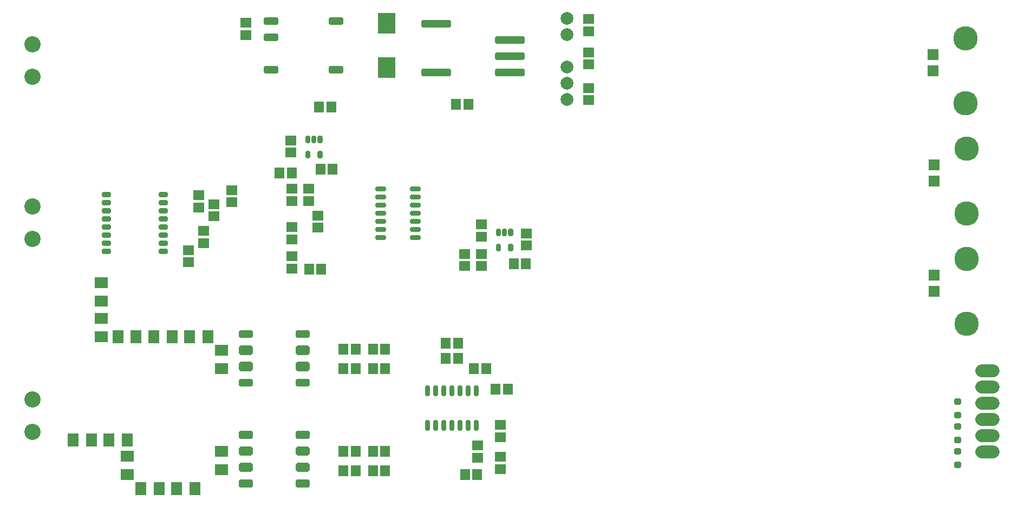
<source format=gts>
G04 EAGLE Gerber RS-274X export*
G75*
%MOMM*%
%FSLAX34Y34*%
%LPD*%
%INSoldermask Top*%
%IPPOS*%
%AMOC8*
5,1,8,0,0,1.08239X$1,22.5*%
G01*
%ADD10R,1.703200X1.503200*%
%ADD11R,1.503200X1.703200*%
%ADD12R,2.703200X3.203200*%
%ADD13C,0.601919*%
%ADD14C,3.821200*%
%ADD15R,1.805200X1.805200*%
%ADD16R,2.006200X1.803200*%
%ADD17R,1.803200X2.006200*%
%ADD18R,1.503200X1.803200*%
%ADD19R,1.803200X1.503200*%
%ADD20C,2.032000*%
%ADD21C,0.506016*%
%ADD22C,0.697853*%
%ADD23C,0.704341*%
%ADD24C,0.839722*%
%ADD25C,0.707134*%
%ADD26C,0.519681*%
%ADD27C,0.512062*%
%ADD28C,2.003200*%
%ADD29C,2.543200*%


D10*
X468000Y707500D03*
X468000Y688500D03*
X934000Y897500D03*
X934000Y878500D03*
X934000Y845500D03*
X934000Y826500D03*
X934000Y789500D03*
X934000Y770500D03*
X398000Y891500D03*
X398000Y872500D03*
D11*
X531500Y760000D03*
X512500Y760000D03*
X514500Y662000D03*
X533500Y662000D03*
X816500Y514000D03*
X835500Y514000D03*
D10*
X836000Y561500D03*
X836000Y542500D03*
X308000Y535500D03*
X308000Y516500D03*
X324000Y602500D03*
X324000Y621500D03*
X332000Y565500D03*
X332000Y546500D03*
D12*
X618000Y891000D03*
X618000Y821000D03*
D11*
X745500Y764000D03*
X726500Y764000D03*
D13*
X1512507Y201507D02*
X1512507Y197493D01*
X1507493Y197493D01*
X1507493Y201507D01*
X1512507Y201507D01*
X1512507Y218493D02*
X1512507Y222507D01*
X1512507Y218493D02*
X1507493Y218493D01*
X1507493Y222507D01*
X1512507Y222507D01*
X1512507Y236493D02*
X1512507Y240507D01*
X1512507Y236493D02*
X1507493Y236493D01*
X1507493Y240507D01*
X1512507Y240507D01*
X1512507Y257493D02*
X1512507Y261507D01*
X1512507Y257493D02*
X1507493Y257493D01*
X1507493Y261507D01*
X1512507Y261507D01*
X1512507Y275493D02*
X1512507Y279507D01*
X1512507Y275493D02*
X1507493Y275493D01*
X1507493Y279507D01*
X1512507Y279507D01*
X1512507Y296493D02*
X1512507Y300507D01*
X1512507Y296493D02*
X1507493Y296493D01*
X1507493Y300507D01*
X1512507Y300507D01*
D14*
X1524700Y694000D03*
X1524700Y592400D03*
D15*
X1473900Y643200D03*
X1473900Y668600D03*
D14*
X1524700Y521400D03*
X1524700Y419800D03*
D15*
X1473900Y470600D03*
X1473900Y496000D03*
D16*
X360000Y378220D03*
X360000Y349780D03*
D17*
X183780Y238000D03*
X212220Y238000D03*
X127780Y238000D03*
X156220Y238000D03*
D16*
X360000Y191780D03*
X360000Y220220D03*
D18*
X569500Y350000D03*
X550500Y350000D03*
X569500Y380000D03*
X550500Y380000D03*
X615500Y350000D03*
X596500Y350000D03*
X596500Y380000D03*
X615500Y380000D03*
X569500Y190000D03*
X550500Y190000D03*
X569500Y220000D03*
X550500Y220000D03*
X615500Y190000D03*
X596500Y190000D03*
D17*
X309780Y400000D03*
X338220Y400000D03*
D18*
X596500Y220000D03*
X615500Y220000D03*
D19*
X470000Y612500D03*
X470000Y631500D03*
X740000Y510500D03*
X740000Y529500D03*
D18*
X469500Y656000D03*
X450500Y656000D03*
D19*
X766000Y556500D03*
X766000Y575500D03*
X496000Y612500D03*
X496000Y631500D03*
X766000Y510500D03*
X766000Y529500D03*
X376000Y610500D03*
X376000Y629500D03*
X348000Y607500D03*
X348000Y588500D03*
D17*
X253780Y400000D03*
X282220Y400000D03*
D18*
X729500Y390000D03*
X710500Y390000D03*
X729500Y366000D03*
X710500Y366000D03*
X773500Y350000D03*
X754500Y350000D03*
X788500Y318000D03*
X807500Y318000D03*
X759500Y184000D03*
X740500Y184000D03*
D19*
X796000Y211500D03*
X796000Y192500D03*
X760000Y229500D03*
X760000Y210500D03*
X796000Y242500D03*
X796000Y261500D03*
X470000Y571500D03*
X470000Y552500D03*
D17*
X197780Y400000D03*
X226220Y400000D03*
D19*
X470000Y506500D03*
X470000Y525500D03*
X510000Y589500D03*
X510000Y570500D03*
D18*
X496500Y506000D03*
X515500Y506000D03*
D16*
X172000Y428220D03*
X172000Y399780D03*
X172000Y484220D03*
X172000Y455780D03*
D17*
X289780Y162000D03*
X318220Y162000D03*
X233780Y162000D03*
X262220Y162000D03*
D16*
X212000Y212220D03*
X212000Y183780D03*
D20*
X1548256Y346700D02*
X1566544Y346700D01*
X1566544Y321300D02*
X1548256Y321300D01*
X1548256Y295900D02*
X1566544Y295900D01*
X1566544Y270500D02*
X1548256Y270500D01*
X1548256Y245100D02*
X1566544Y245100D01*
X1566544Y219700D02*
X1548256Y219700D01*
D21*
X794086Y535814D02*
X794086Y542786D01*
X794086Y535814D02*
X791114Y535814D01*
X791114Y542786D01*
X794086Y542786D01*
X794086Y540621D02*
X791114Y540621D01*
X794086Y559814D02*
X794086Y566786D01*
X794086Y559814D02*
X791114Y559814D01*
X791114Y566786D01*
X794086Y566786D01*
X794086Y564621D02*
X791114Y564621D01*
X803586Y566786D02*
X803586Y559814D01*
X800614Y559814D01*
X800614Y566786D01*
X803586Y566786D01*
X803586Y564621D02*
X800614Y564621D01*
X813086Y566786D02*
X813086Y559814D01*
X810114Y559814D01*
X810114Y566786D01*
X813086Y566786D01*
X813086Y564621D02*
X810114Y564621D01*
X813086Y542786D02*
X813086Y535814D01*
X810114Y535814D01*
X810114Y542786D01*
X813086Y542786D01*
X813086Y540621D02*
X810114Y540621D01*
D22*
X445227Y891573D02*
X429173Y891573D01*
X429173Y896627D01*
X445227Y896627D01*
X445227Y891573D01*
X445227Y866173D02*
X429173Y866173D01*
X429173Y871227D01*
X445227Y871227D01*
X445227Y866173D01*
X445227Y815373D02*
X429173Y815373D01*
X429173Y820427D01*
X445227Y820427D01*
X445227Y815373D01*
X530773Y891573D02*
X546827Y891573D01*
X530773Y891573D02*
X530773Y896627D01*
X546827Y896627D01*
X546827Y891573D01*
X546827Y815373D02*
X530773Y815373D01*
X530773Y820427D01*
X546827Y820427D01*
X546827Y815373D01*
D21*
X496086Y688286D02*
X496086Y681314D01*
X493114Y681314D01*
X493114Y688286D01*
X496086Y688286D01*
X496086Y686121D02*
X493114Y686121D01*
X496086Y705314D02*
X496086Y712286D01*
X496086Y705314D02*
X493114Y705314D01*
X493114Y712286D01*
X496086Y712286D01*
X496086Y710121D02*
X493114Y710121D01*
X505586Y712286D02*
X505586Y705314D01*
X502614Y705314D01*
X502614Y712286D01*
X505586Y712286D01*
X505586Y710121D02*
X502614Y710121D01*
X515086Y712286D02*
X515086Y705314D01*
X512114Y705314D01*
X512114Y712286D01*
X515086Y712286D01*
X515086Y710121D02*
X512114Y710121D01*
X515086Y688286D02*
X515086Y681314D01*
X512114Y681314D01*
X512114Y688286D01*
X515086Y688286D01*
X515086Y686121D02*
X512114Y686121D01*
D23*
X675495Y887652D02*
X715443Y887652D01*
X675495Y887652D02*
X675495Y892548D01*
X715443Y892548D01*
X715443Y887652D01*
X715443Y811452D02*
X675495Y811452D01*
X675495Y816348D01*
X715443Y816348D01*
X715443Y811452D01*
X790557Y811452D02*
X830505Y811452D01*
X790557Y811452D02*
X790557Y816348D01*
X830505Y816348D01*
X830505Y811452D01*
X830505Y836852D02*
X790557Y836852D01*
X790557Y841748D01*
X830505Y841748D01*
X830505Y836852D01*
X830505Y862252D02*
X790557Y862252D01*
X790557Y867148D01*
X830505Y867148D01*
X830505Y862252D01*
D24*
X404368Y375532D02*
X390732Y375532D01*
X390732Y381868D01*
X404368Y381868D01*
X404368Y375532D01*
X479632Y375532D02*
X493268Y375532D01*
X479632Y375532D02*
X479632Y381868D01*
X493268Y381868D01*
X493268Y375532D01*
D25*
X405031Y401539D02*
X390069Y401539D01*
X390069Y406661D01*
X405031Y406661D01*
X405031Y401539D01*
X478969Y401539D02*
X493931Y401539D01*
X478969Y401539D02*
X478969Y406661D01*
X493931Y406661D01*
X493931Y401539D01*
D24*
X493268Y350132D02*
X479632Y350132D01*
X479632Y356468D01*
X493268Y356468D01*
X493268Y350132D01*
D25*
X493931Y325339D02*
X478969Y325339D01*
X478969Y330461D01*
X493931Y330461D01*
X493931Y325339D01*
X405031Y325339D02*
X390069Y325339D01*
X390069Y330461D01*
X405031Y330461D01*
X405031Y325339D01*
D24*
X404368Y350132D02*
X390732Y350132D01*
X390732Y356468D01*
X404368Y356468D01*
X404368Y350132D01*
X404368Y217532D02*
X390732Y217532D01*
X390732Y223868D01*
X404368Y223868D01*
X404368Y217532D01*
X479632Y217532D02*
X493268Y217532D01*
X479632Y217532D02*
X479632Y223868D01*
X493268Y223868D01*
X493268Y217532D01*
D25*
X405031Y243539D02*
X390069Y243539D01*
X390069Y248661D01*
X405031Y248661D01*
X405031Y243539D01*
X478969Y243539D02*
X493931Y243539D01*
X478969Y243539D02*
X478969Y248661D01*
X493931Y248661D01*
X493931Y243539D01*
D24*
X493268Y192132D02*
X479632Y192132D01*
X479632Y198468D01*
X493268Y198468D01*
X493268Y192132D01*
D25*
X493931Y167339D02*
X478969Y167339D01*
X478969Y172461D01*
X493931Y172461D01*
X493931Y167339D01*
X405031Y167339D02*
X390069Y167339D01*
X390069Y172461D01*
X405031Y172461D01*
X405031Y167339D01*
D24*
X404368Y192132D02*
X390732Y192132D01*
X390732Y198468D01*
X404368Y198468D01*
X404368Y192132D01*
D26*
X184318Y582757D02*
X174782Y582757D01*
X174782Y585943D01*
X184318Y585943D01*
X184318Y582757D01*
X184318Y570057D02*
X174782Y570057D01*
X174782Y573243D01*
X184318Y573243D01*
X184318Y570057D01*
X184318Y595457D02*
X174782Y595457D01*
X174782Y598643D01*
X184318Y598643D01*
X184318Y595457D01*
X184318Y608157D02*
X174782Y608157D01*
X174782Y611343D01*
X184318Y611343D01*
X184318Y608157D01*
X184318Y620857D02*
X174782Y620857D01*
X174782Y624043D01*
X184318Y624043D01*
X184318Y620857D01*
X184318Y557357D02*
X174782Y557357D01*
X174782Y560543D01*
X184318Y560543D01*
X184318Y557357D01*
X184318Y544657D02*
X174782Y544657D01*
X174782Y547843D01*
X184318Y547843D01*
X184318Y544657D01*
X184318Y531957D02*
X174782Y531957D01*
X174782Y535143D01*
X184318Y535143D01*
X184318Y531957D01*
X263682Y531957D02*
X273218Y531957D01*
X263682Y531957D02*
X263682Y535143D01*
X273218Y535143D01*
X273218Y531957D01*
X273218Y544657D02*
X263682Y544657D01*
X263682Y547843D01*
X273218Y547843D01*
X273218Y544657D01*
X273218Y557357D02*
X263682Y557357D01*
X263682Y560543D01*
X273218Y560543D01*
X273218Y557357D01*
X273218Y570057D02*
X263682Y570057D01*
X263682Y573243D01*
X273218Y573243D01*
X273218Y570057D01*
X273218Y582757D02*
X263682Y582757D01*
X263682Y585943D01*
X273218Y585943D01*
X273218Y582757D01*
X273218Y595457D02*
X263682Y595457D01*
X263682Y598643D01*
X273218Y598643D01*
X273218Y595457D01*
X273218Y608157D02*
X263682Y608157D01*
X263682Y611343D01*
X273218Y611343D01*
X273218Y608157D01*
X273218Y620857D02*
X263682Y620857D01*
X263682Y624043D01*
X273218Y624043D01*
X273218Y620857D01*
D27*
X602497Y629696D02*
X614903Y629696D01*
X602497Y629696D02*
X602497Y632704D01*
X614903Y632704D01*
X614903Y629696D01*
X614903Y616996D02*
X602497Y616996D01*
X602497Y620004D01*
X614903Y620004D01*
X614903Y616996D01*
X614903Y604296D02*
X602497Y604296D01*
X602497Y607304D01*
X614903Y607304D01*
X614903Y604296D01*
X614903Y591596D02*
X602497Y591596D01*
X602497Y594604D01*
X614903Y594604D01*
X614903Y591596D01*
X614903Y578896D02*
X602497Y578896D01*
X602497Y581904D01*
X614903Y581904D01*
X614903Y578896D01*
X614903Y566196D02*
X602497Y566196D01*
X602497Y569204D01*
X614903Y569204D01*
X614903Y566196D01*
X614903Y553496D02*
X602497Y553496D01*
X602497Y556504D01*
X614903Y556504D01*
X614903Y553496D01*
X656599Y629696D02*
X669005Y629696D01*
X656599Y629696D02*
X656599Y632704D01*
X669005Y632704D01*
X669005Y629696D01*
X669005Y616996D02*
X656599Y616996D01*
X656599Y620004D01*
X669005Y620004D01*
X669005Y616996D01*
X669005Y604296D02*
X656599Y604296D01*
X656599Y607304D01*
X669005Y607304D01*
X669005Y604296D01*
X669005Y591596D02*
X656599Y591596D01*
X656599Y594604D01*
X669005Y594604D01*
X669005Y591596D01*
X669005Y578896D02*
X656599Y578896D01*
X656599Y581904D01*
X669005Y581904D01*
X669005Y578896D01*
X669005Y566196D02*
X656599Y566196D01*
X656599Y569204D01*
X669005Y569204D01*
X669005Y566196D01*
X669005Y553496D02*
X656599Y553496D01*
X656599Y556504D01*
X669005Y556504D01*
X669005Y553496D01*
D28*
X900082Y898200D03*
X900082Y872800D03*
X900082Y822000D03*
X900082Y796600D03*
X900082Y771200D03*
D29*
X64250Y857611D03*
X64250Y806811D03*
X64250Y603611D03*
X64250Y552811D03*
X64250Y301611D03*
X64250Y250811D03*
D14*
X1523400Y866800D03*
X1523400Y765200D03*
D15*
X1472600Y816000D03*
X1472600Y841400D03*
D27*
X756596Y321203D02*
X756596Y308797D01*
X756596Y321203D02*
X759604Y321203D01*
X759604Y308797D01*
X756596Y308797D01*
X756596Y313662D02*
X759604Y313662D01*
X759604Y318527D02*
X756596Y318527D01*
X743896Y321203D02*
X743896Y308797D01*
X743896Y321203D02*
X746904Y321203D01*
X746904Y308797D01*
X743896Y308797D01*
X743896Y313662D02*
X746904Y313662D01*
X746904Y318527D02*
X743896Y318527D01*
X731196Y321203D02*
X731196Y308797D01*
X731196Y321203D02*
X734204Y321203D01*
X734204Y308797D01*
X731196Y308797D01*
X731196Y313662D02*
X734204Y313662D01*
X734204Y318527D02*
X731196Y318527D01*
X718496Y321203D02*
X718496Y308797D01*
X718496Y321203D02*
X721504Y321203D01*
X721504Y308797D01*
X718496Y308797D01*
X718496Y313662D02*
X721504Y313662D01*
X721504Y318527D02*
X718496Y318527D01*
X705796Y321203D02*
X705796Y308797D01*
X705796Y321203D02*
X708804Y321203D01*
X708804Y308797D01*
X705796Y308797D01*
X705796Y313662D02*
X708804Y313662D01*
X708804Y318527D02*
X705796Y318527D01*
X693096Y321203D02*
X693096Y308797D01*
X693096Y321203D02*
X696104Y321203D01*
X696104Y308797D01*
X693096Y308797D01*
X693096Y313662D02*
X696104Y313662D01*
X696104Y318527D02*
X693096Y318527D01*
X680396Y321203D02*
X680396Y308797D01*
X680396Y321203D02*
X683404Y321203D01*
X683404Y308797D01*
X680396Y308797D01*
X680396Y313662D02*
X683404Y313662D01*
X683404Y318527D02*
X680396Y318527D01*
X756596Y267101D02*
X756596Y254695D01*
X756596Y267101D02*
X759604Y267101D01*
X759604Y254695D01*
X756596Y254695D01*
X756596Y259560D02*
X759604Y259560D01*
X759604Y264425D02*
X756596Y264425D01*
X743896Y267101D02*
X743896Y254695D01*
X743896Y267101D02*
X746904Y267101D01*
X746904Y254695D01*
X743896Y254695D01*
X743896Y259560D02*
X746904Y259560D01*
X746904Y264425D02*
X743896Y264425D01*
X731196Y267101D02*
X731196Y254695D01*
X731196Y267101D02*
X734204Y267101D01*
X734204Y254695D01*
X731196Y254695D01*
X731196Y259560D02*
X734204Y259560D01*
X734204Y264425D02*
X731196Y264425D01*
X718496Y267101D02*
X718496Y254695D01*
X718496Y267101D02*
X721504Y267101D01*
X721504Y254695D01*
X718496Y254695D01*
X718496Y259560D02*
X721504Y259560D01*
X721504Y264425D02*
X718496Y264425D01*
X705796Y267101D02*
X705796Y254695D01*
X705796Y267101D02*
X708804Y267101D01*
X708804Y254695D01*
X705796Y254695D01*
X705796Y259560D02*
X708804Y259560D01*
X708804Y264425D02*
X705796Y264425D01*
X693096Y267101D02*
X693096Y254695D01*
X693096Y267101D02*
X696104Y267101D01*
X696104Y254695D01*
X693096Y254695D01*
X693096Y259560D02*
X696104Y259560D01*
X696104Y264425D02*
X693096Y264425D01*
X680396Y267101D02*
X680396Y254695D01*
X680396Y267101D02*
X683404Y267101D01*
X683404Y254695D01*
X680396Y254695D01*
X680396Y259560D02*
X683404Y259560D01*
X683404Y264425D02*
X680396Y264425D01*
M02*

</source>
